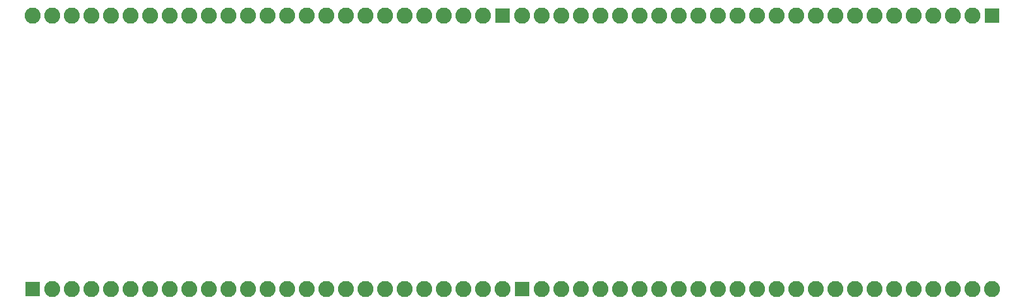
<source format=gbr>
G04 #@! TF.GenerationSoftware,KiCad,Pcbnew,5.0.0-rc2-unknown-da66005~65~ubuntu16.04.1*
G04 #@! TF.CreationDate,2018-05-28T11:28:40+02:00*
G04 #@! TF.ProjectId,AD8113 Breakout LQFP 100,41443831313320427265616B6F757420,rev?*
G04 #@! TF.SameCoordinates,Original*
G04 #@! TF.FileFunction,Soldermask,Bot*
G04 #@! TF.FilePolarity,Negative*
%FSLAX46Y46*%
G04 Gerber Fmt 4.6, Leading zero omitted, Abs format (unit mm)*
G04 Created by KiCad (PCBNEW 5.0.0-rc2-unknown-da66005~65~ubuntu16.04.1) date Mon May 28 11:28:40 2018*
%MOMM*%
%LPD*%
G01*
G04 APERTURE LIST*
%ADD10R,1.879600X1.879600*%
%ADD11C,2.082800*%
G04 APERTURE END LIST*
D10*
G04 #@! TO.C,J1*
X167640000Y-116840000D03*
D11*
X170180000Y-116840000D03*
X172720000Y-116840000D03*
X175260000Y-116840000D03*
X177800000Y-116840000D03*
X180340000Y-116840000D03*
X182880000Y-116840000D03*
X185420000Y-116840000D03*
X187960000Y-116840000D03*
X190500000Y-116840000D03*
X193040000Y-116840000D03*
X195580000Y-116840000D03*
X198120000Y-116840000D03*
X200660000Y-116840000D03*
X203200000Y-116840000D03*
X205740000Y-116840000D03*
X208280000Y-116840000D03*
X210820000Y-116840000D03*
X213360000Y-116840000D03*
X215900000Y-116840000D03*
X218440000Y-116840000D03*
X220980000Y-116840000D03*
X223520000Y-116840000D03*
X226060000Y-116840000D03*
X228600000Y-116840000D03*
G04 #@! TD*
G04 #@! TO.C,J2*
X167640000Y-81280000D03*
X170180000Y-81280000D03*
X172720000Y-81280000D03*
X175260000Y-81280000D03*
X177800000Y-81280000D03*
X180340000Y-81280000D03*
X182880000Y-81280000D03*
X185420000Y-81280000D03*
X187960000Y-81280000D03*
X190500000Y-81280000D03*
X193040000Y-81280000D03*
X195580000Y-81280000D03*
X198120000Y-81280000D03*
X200660000Y-81280000D03*
X203200000Y-81280000D03*
X205740000Y-81280000D03*
X208280000Y-81280000D03*
X210820000Y-81280000D03*
X213360000Y-81280000D03*
X215900000Y-81280000D03*
X218440000Y-81280000D03*
X220980000Y-81280000D03*
X223520000Y-81280000D03*
X226060000Y-81280000D03*
D10*
X228600000Y-81280000D03*
G04 #@! TD*
G04 #@! TO.C,J3*
X165100000Y-81280000D03*
D11*
X162560000Y-81280000D03*
X160020000Y-81280000D03*
X157480000Y-81280000D03*
X154940000Y-81280000D03*
X152400000Y-81280000D03*
X149860000Y-81280000D03*
X147320000Y-81280000D03*
X144780000Y-81280000D03*
X142240000Y-81280000D03*
X139700000Y-81280000D03*
X137160000Y-81280000D03*
X134620000Y-81280000D03*
X132080000Y-81280000D03*
X129540000Y-81280000D03*
X127000000Y-81280000D03*
X124460000Y-81280000D03*
X121920000Y-81280000D03*
X119380000Y-81280000D03*
X116840000Y-81280000D03*
X114300000Y-81280000D03*
X111760000Y-81280000D03*
X109220000Y-81280000D03*
X106680000Y-81280000D03*
X104140000Y-81280000D03*
G04 #@! TD*
G04 #@! TO.C,J4*
X165100000Y-116840000D03*
X162560000Y-116840000D03*
X160020000Y-116840000D03*
X157480000Y-116840000D03*
X154940000Y-116840000D03*
X152400000Y-116840000D03*
X149860000Y-116840000D03*
X147320000Y-116840000D03*
X144780000Y-116840000D03*
X142240000Y-116840000D03*
X139700000Y-116840000D03*
X137160000Y-116840000D03*
X134620000Y-116840000D03*
X132080000Y-116840000D03*
X129540000Y-116840000D03*
X127000000Y-116840000D03*
X124460000Y-116840000D03*
X121920000Y-116840000D03*
X119380000Y-116840000D03*
X116840000Y-116840000D03*
X114300000Y-116840000D03*
X111760000Y-116840000D03*
X109220000Y-116840000D03*
X106680000Y-116840000D03*
D10*
X104140000Y-116840000D03*
G04 #@! TD*
M02*

</source>
